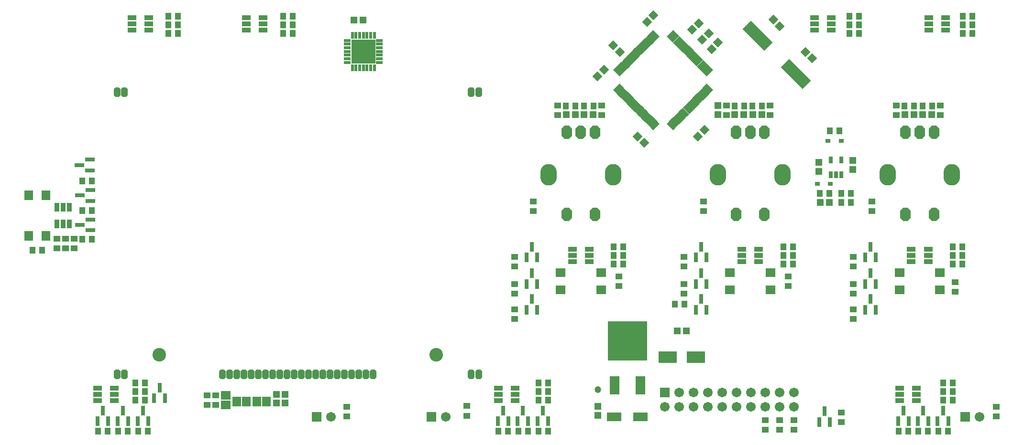
<source format=gts>
%FSTAX23Y23*%
%MOIN*%
%SFA1B1*%

%IPPOS*%
%AMD36*
4,1,4,0.105900,-0.047200,-0.047200,0.105900,-0.105900,0.047200,0.047200,-0.105900,0.105900,-0.047200,0.0*
%
%AMD56*
4,1,4,0.016000,-0.030000,0.030000,-0.016000,-0.016000,0.030000,-0.030000,0.016000,0.016000,-0.030000,0.0*
%
%AMD57*
4,1,4,0.030000,0.016000,0.016000,0.030000,-0.030000,-0.016000,-0.016000,-0.030000,0.030000,0.016000,0.0*
%
%AMD65*
4,1,4,0.033400,0.000000,0.000000,0.033400,-0.033400,0.000000,0.000000,-0.033400,0.033400,0.000000,0.0*
%
%AMD66*
4,1,4,0.000000,0.033400,-0.033400,0.000000,0.000000,-0.033400,0.033400,0.000000,0.000000,0.033400,0.0*
%
%AMD72*
4,1,8,-0.017700,-0.045300,0.017700,-0.045300,0.035500,-0.027600,0.035500,0.027600,0.017700,0.045300,-0.017700,0.045300,-0.035500,0.027600,-0.035500,-0.027600,-0.017700,-0.045300,0.0*
%
%AMD75*
4,1,8,-0.010900,-0.033500,0.010900,-0.033500,0.021700,-0.022700,0.021700,0.022700,0.010900,0.033500,-0.010900,0.033500,-0.021700,0.022700,-0.021700,-0.022700,-0.010900,-0.033500,0.0*
%
%ADD21R,0.103000X0.062000*%
G04~CAMADD=36~9~0.0~0.0~2165.0~830.0~0.0~0.0~0~0.0~0.0~0.0~0.0~0~0.0~0.0~0.0~0.0~0~0.0~0.0~0.0~315.0~2118.0~2117.0*
%ADD36D36*%
%ADD45R,0.128080X0.078870*%
%ADD46R,0.059180X0.067060*%
%ADD47R,0.047370X0.047370*%
%ADD48R,0.035560X0.025720*%
%ADD49R,0.059180X0.035560*%
%ADD50R,0.067060X0.031620*%
%ADD51R,0.043430X0.047370*%
%ADD52R,0.063120X0.070990*%
%ADD53C,0.047370*%
%ADD54R,0.271780X0.271780*%
%ADD55R,0.070990X0.126110*%
G04~CAMADD=56~9~0.0~0.0~198.1~650.9~0.0~0.0~0~0.0~0.0~0.0~0.0~0~0.0~0.0~0.0~0.0~0~0.0~0.0~0.0~225.0~600.0~599.0*
%ADD56D56*%
G04~CAMADD=57~9~0.0~0.0~198.1~650.9~0.0~0.0~0~0.0~0.0~0.0~0.0~0~0.0~0.0~0.0~0.0~0~0.0~0.0~0.0~315.0~600.0~599.0*
%ADD57D57*%
%ADD58R,0.031620X0.047370*%
%ADD59R,0.165480X0.165480*%
%ADD60R,0.021780X0.051310*%
%ADD61R,0.051310X0.021780*%
%ADD62R,0.047370X0.047370*%
%ADD63R,0.047370X0.043430*%
%ADD64R,0.031620X0.067060*%
G04~CAMADD=65~10~0.0~473.7~0.0~0.0~0.0~0.0~0~0.0~0.0~0.0~0.0~0~0.0~0.0~0.0~0.0~0~0.0~0.0~0.0~315.0~473.7~0.0*
%ADD65D65*%
G04~CAMADD=66~10~0.0~473.7~0.0~0.0~0.0~0.0~0~0.0~0.0~0.0~0.0~0~0.0~0.0~0.0~0.0~0~0.0~0.0~0.0~405.0~473.7~0.0*
%ADD66D66*%
%ADD67R,0.035560X0.059180*%
%ADD68R,0.070990X0.063120*%
%ADD69R,0.067060X0.059180*%
%ADD70C,0.067060*%
%ADD71R,0.067060X0.067060*%
G04~CAMADD=72~4~0.0~0.0~709.9~906.8~0.0~177.5~0~0.0~0.0~0.0~0.0~0~0.0~0.0~0.0~0.0~0~0.0~0.0~0.0~180.0~710.0~906.0*
%ADD72D72*%
%ADD73O,0.114300X0.149730*%
%ADD74C,0.094610*%
G04~CAMADD=75~4~0.0~0.0~434.3~670.6~0.0~108.6~0~0.0~0.0~0.0~0.0~0~0.0~0.0~0.0~0.0~0~0.0~0.0~0.0~180.0~434.0~670.0*
%ADD75D75*%
%LNmod_duo_dwarf-1*%
%LPD*%
G54D21*
X03542Y-00155D03*
X03727D03*
G54D36*
X04541Y02503D03*
X04808Y02236D03*
G54D45*
X04113Y0026D03*
X03916D03*
G54D46*
X01118Y-0005D03*
X01051D03*
X00911D03*
X00978D03*
G54D47*
X01791Y02615D03*
X01728D03*
X03983Y00445D03*
X04046D03*
X05041Y0134D03*
X04978D03*
X05756Y01955D03*
X05693D03*
X05568D03*
X05631D03*
X04571D03*
X04508D03*
X04383D03*
X04446D03*
X03396D03*
X03333D03*
X03208D03*
X03271D03*
G54D48*
X0505Y0147D03*
X04959D03*
X05125Y0177D03*
X05034D03*
G54D49*
X05735Y02545D03*
Y02588D03*
Y02631D03*
X05851Y02545D03*
Y02588D03*
Y02631D03*
X05056D03*
Y02588D03*
Y02545D03*
X04939Y02631D03*
Y02588D03*
Y02545D03*
X01095Y02631D03*
Y02588D03*
Y02545D03*
X00979Y02631D03*
Y02588D03*
Y02545D03*
X003Y02631D03*
Y02588D03*
Y02545D03*
X00184Y02631D03*
Y02588D03*
Y02545D03*
X05731Y01013D03*
Y0097D03*
Y00926D03*
X05614Y01013D03*
Y0097D03*
Y00926D03*
X04549Y01013D03*
Y0097D03*
Y00926D03*
X04433Y01013D03*
Y0097D03*
Y00926D03*
X03368Y01013D03*
Y0097D03*
Y00926D03*
X03251Y01013D03*
Y0097D03*
Y00926D03*
X02853Y00043D03*
Y0D03*
Y-00043D03*
X02736Y00043D03*
Y0D03*
Y-00043D03*
X05648Y00043D03*
Y0D03*
Y-00043D03*
X05531Y00043D03*
Y0D03*
Y-00043D03*
X00058Y00043D03*
Y0D03*
Y-00043D03*
X-00058Y00043D03*
Y0D03*
Y-00043D03*
G54D50*
X-00107Y01352D03*
Y01427D03*
X-00182Y0139D03*
X-00184Y01602D03*
X-0011Y0164D03*
Y01565D03*
X-00182Y01185D03*
X-00107Y01222D03*
Y01147D03*
G54D51*
X06038Y0264D03*
X05971D03*
X04975Y01405D03*
X05041D03*
X05193Y0134D03*
X05126D03*
X05193Y01405D03*
X05126D03*
X05113Y0184D03*
X05046D03*
X05971Y0252D03*
X06038D03*
X05971Y0258D03*
X06038D03*
X05181Y0252D03*
X05248D03*
X05181Y0258D03*
X05248D03*
X05181Y0264D03*
X05248D03*
X01235Y0252D03*
X01301D03*
X01235Y0258D03*
X01301D03*
X01235Y0264D03*
X01301D03*
X00436Y0252D03*
X00503D03*
X00436Y0258D03*
X00503D03*
X00436Y0264D03*
X00503D03*
X-00163Y01285D03*
X-00096D03*
X-00163Y0149D03*
X-00096D03*
X-00163Y01085D03*
X-00096D03*
X-00511Y01006D03*
X-00444D03*
X05758Y02015D03*
X05691D03*
X05566D03*
X05633D03*
X04573D03*
X04506D03*
X04381D03*
X04448D03*
X03398D03*
X03331D03*
X03206D03*
X03273D03*
X05969Y0091D03*
X05902D03*
X05969Y0097D03*
X05902D03*
X05969Y0103D03*
X05902D03*
X04788Y0091D03*
X04721D03*
X04788Y0097D03*
X04721D03*
X04788Y0103D03*
X04721D03*
X03966Y0063D03*
X04033D03*
X03606Y0091D03*
X0354D03*
X03606Y0097D03*
X0354D03*
X03606Y0103D03*
X0354D03*
X00271Y-0004D03*
X00205D03*
X00271Y0002D03*
X00205D03*
X00271Y0008D03*
X00205D03*
X00293Y-00255D03*
X00226D03*
X00153D03*
X00086D03*
X00013D03*
X-00053D03*
X03081Y-0004D03*
X03015D03*
X03081Y0002D03*
X03015D03*
X03081Y0008D03*
X03015D03*
X03083Y-00255D03*
X03016D03*
X02943D03*
X02876D03*
X02803D03*
X02736D03*
X05901Y0008D03*
X05835D03*
X05901Y0002D03*
X05835D03*
X05901Y-0004D03*
X05835D03*
X05868Y-00255D03*
X05801D03*
X05728D03*
X05661D03*
X05593D03*
X05526D03*
G54D52*
X-00418Y01106D03*
Y01389D03*
X-00536D03*
Y01106D03*
G54D53*
X0343Y00035D03*
G54D54*
X03635Y00374D03*
G54D55*
X03545Y00065D03*
X03725D03*
G54D56*
X04204Y0214D03*
X0419Y02126D03*
X04176Y02112D03*
X04162Y02098D03*
X04148Y02084D03*
X04134Y0207D03*
X0412Y02056D03*
X04107Y02042D03*
X04093Y02028D03*
X04079Y02014D03*
X04065Y02D03*
X04051Y01986D03*
X04037Y01972D03*
X04023Y01959D03*
X04009Y01945D03*
X03995Y01931D03*
X03981Y01917D03*
X03967Y01903D03*
X03953Y01889D03*
X03939Y01875D03*
X03565Y02249D03*
X03579Y02263D03*
X03593Y02277D03*
X03607Y02291D03*
X03621Y02305D03*
X03635Y02319D03*
X03649Y02333D03*
X03662Y02347D03*
X03676Y02361D03*
X0369Y02375D03*
X03704Y02389D03*
X03718Y02403D03*
X03732Y02417D03*
X03746Y0243D03*
X0376Y02444D03*
X03774Y02458D03*
X03788Y02472D03*
X03802Y02486D03*
X03816Y025D03*
X0383Y02514D03*
G54D57*
X0383Y01875D03*
X03816Y01889D03*
X03802Y01903D03*
X03788Y01917D03*
X03774Y01931D03*
X0376Y01945D03*
X03746Y01959D03*
X03732Y01972D03*
X03718Y01986D03*
X03704Y02D03*
X0369Y02014D03*
X03676Y02028D03*
X03662Y02042D03*
X03649Y02056D03*
X03635Y0207D03*
X03621Y02084D03*
X03607Y02098D03*
X03593Y02112D03*
X03579Y02126D03*
X03565Y0214D03*
X03939Y02514D03*
X03953Y025D03*
X03967Y02486D03*
X03981Y02472D03*
X03995Y02458D03*
X04009Y02444D03*
X04023Y0243D03*
X04037Y02417D03*
X04051Y02403D03*
X04065Y02389D03*
X04079Y02375D03*
X04093Y02361D03*
X04107Y02347D03*
X0412Y02333D03*
X04134Y02319D03*
X04148Y02305D03*
X04162Y02291D03*
X04176Y02277D03*
X0419Y02263D03*
X04204Y02249D03*
G54D58*
X05052Y01533D03*
X0509D03*
X05127D03*
Y01636D03*
X05052D03*
G54D59*
X01795Y02395D03*
G54D60*
X01718Y02507D03*
X01743D03*
X01769D03*
X01795D03*
X0182D03*
X01846D03*
X01871D03*
Y02282D03*
X01846D03*
X0182D03*
X01795D03*
X01769D03*
X01743D03*
X01718D03*
G54D61*
X01907Y02471D03*
Y02446D03*
Y0242D03*
Y02395D03*
Y02369D03*
Y02343D03*
Y02318D03*
X01682D03*
Y02343D03*
Y02369D03*
Y02395D03*
Y0242D03*
Y02446D03*
Y02471D03*
G54D62*
X0343Y-00083D03*
Y-00146D03*
X0497Y0162D03*
Y01557D03*
X05205Y01635D03*
Y01572D03*
X04265Y02016D03*
Y01953D03*
X0125Y-00061D03*
Y00001D03*
X0119Y-00061D03*
Y00001D03*
G54D63*
X05125Y-00126D03*
Y-00193D03*
X04595Y-00246D03*
Y-0018D03*
X04695Y-00246D03*
Y-0018D03*
X04795Y-00246D03*
Y-0018D03*
X-0022Y01021D03*
Y01088D03*
X-0028Y01021D03*
Y01088D03*
X-0034Y01021D03*
Y01088D03*
X05815Y02018D03*
Y01951D03*
X0551Y02018D03*
Y01951D03*
X0534Y01348D03*
Y01281D03*
X04165Y01348D03*
Y01281D03*
X0463Y02018D03*
Y01951D03*
X04325Y02018D03*
Y01951D03*
X03455Y02018D03*
Y01951D03*
X0315Y02018D03*
Y01951D03*
X0298Y01348D03*
Y01281D03*
X0592Y00716D03*
Y00783D03*
X0521Y00528D03*
Y00595D03*
Y0077D03*
Y00703D03*
Y00893D03*
Y0096D03*
X04755Y00756D03*
Y00823D03*
X0403Y00703D03*
Y0077D03*
Y00893D03*
Y0096D03*
X03575Y00758D03*
Y00825D03*
X0285Y00893D03*
Y0096D03*
Y0077D03*
Y00703D03*
Y00528D03*
Y00595D03*
X00765Y-00073D03*
Y-00006D03*
X00705D03*
Y-00073D03*
X06205Y-00086D03*
Y-00153D03*
X02515Y-00081D03*
Y-00148D03*
X0168Y-00086D03*
Y-00153D03*
G54D64*
X0501Y-00117D03*
X05047Y-00192D03*
X04972D03*
X0533Y00667D03*
X05367Y00592D03*
X05292D03*
X0533Y00847D03*
X05367Y00772D03*
X05292D03*
X0533Y01032D03*
X05367Y00957D03*
X05292D03*
X0415Y00667D03*
X04187Y00592D03*
X04112D03*
X0415Y00847D03*
X04187Y00772D03*
X04112D03*
X0415Y01032D03*
X04187Y00957D03*
X04112D03*
X0297Y00667D03*
X03007Y00592D03*
X02932D03*
X0297Y00847D03*
X03007Y00772D03*
X02932D03*
X0297Y01032D03*
X03007Y00957D03*
X02932D03*
X00375Y00047D03*
X00412Y-00027D03*
X00337D03*
X0026Y-00112D03*
X00297Y-00187D03*
X00222D03*
X0012Y-00112D03*
X00157Y-00187D03*
X00082D03*
X-0002Y-00112D03*
X00017Y-00187D03*
X-00057D03*
X03047Y-00112D03*
X03084Y-00187D03*
X0301D03*
X02907Y-00112D03*
X02944Y-00187D03*
X0287D03*
X0277Y-00112D03*
X02807Y-00187D03*
X02732D03*
X05835Y-00112D03*
X05872Y-00187D03*
X05797D03*
X05697Y-00112D03*
X05734Y-00187D03*
X0566D03*
X0556Y-00112D03*
X05597Y-00187D03*
X05522D03*
G54D65*
X04877Y02392D03*
X04922Y02347D03*
X04652Y02617D03*
X04697Y02572D03*
X03707Y01802D03*
X03752Y01757D03*
X03582Y02392D03*
X03537Y02437D03*
G54D66*
X04087Y02547D03*
X04132Y02592D03*
X04157Y02477D03*
X04202Y02522D03*
X04222Y02412D03*
X04267Y02457D03*
X04172Y01847D03*
X04127Y01802D03*
X03427Y02222D03*
X03472Y02267D03*
X03817Y02647D03*
X03772Y02602D03*
G54D67*
X-00255Y01191D03*
X-00299D03*
X-00342D03*
X-00255Y01308D03*
X-00299D03*
X-00342D03*
G54D68*
X05814Y00732D03*
X05531D03*
Y0085D03*
X05814D03*
X04633Y00732D03*
X0435D03*
Y0085D03*
X04633D03*
X03452Y00732D03*
X03169D03*
Y0085D03*
X03452D03*
G54D69*
X00835Y-00073D03*
Y-00006D03*
G54D70*
X0609Y-00155D03*
X04795Y-00085D03*
Y00015D03*
X04695Y-00085D03*
Y00015D03*
X04595Y-00085D03*
Y00015D03*
X04495Y-00085D03*
Y00015D03*
X04395Y-00085D03*
Y00015D03*
X04295Y-00085D03*
Y00015D03*
X04195Y-00085D03*
Y00015D03*
X04095Y-00085D03*
Y00015D03*
X03995Y-00085D03*
Y00015D03*
X03895Y-00085D03*
X0157Y-00155D03*
X0237D03*
G54D71*
X0599Y-00155D03*
X03895Y00015D03*
X0147Y-00155D03*
X0227D03*
G54D72*
X05771Y01829D03*
X05672D03*
X05574D03*
X05771Y01258D03*
X05574D03*
X04393D03*
X0459D03*
X04393Y01829D03*
X04491D03*
X0459D03*
X03212Y01258D03*
X03409D03*
X03212Y01829D03*
X0331D03*
X03409D03*
G54D73*
X05897Y01534D03*
X05448D03*
X04267D03*
X04716D03*
X03086D03*
X03535D03*
G54D74*
X00373Y00276D03*
X02302D03*
G54D75*
X00078Y02112D03*
X00128D03*
X02598Y00139D03*
X02547D03*
X01863D03*
X00813D03*
X00863D03*
X00913D03*
X00963D03*
X01013D03*
X01063D03*
X01113D03*
X01163D03*
X01213D03*
X01263D03*
X01313D03*
X01363D03*
X01413D03*
X01463D03*
X01513D03*
X01563D03*
X01613D03*
X01663D03*
X01713D03*
X01763D03*
X01813D03*
X00128D03*
X00078D03*
X02547Y02112D03*
X02598D03*
M02*
</source>
